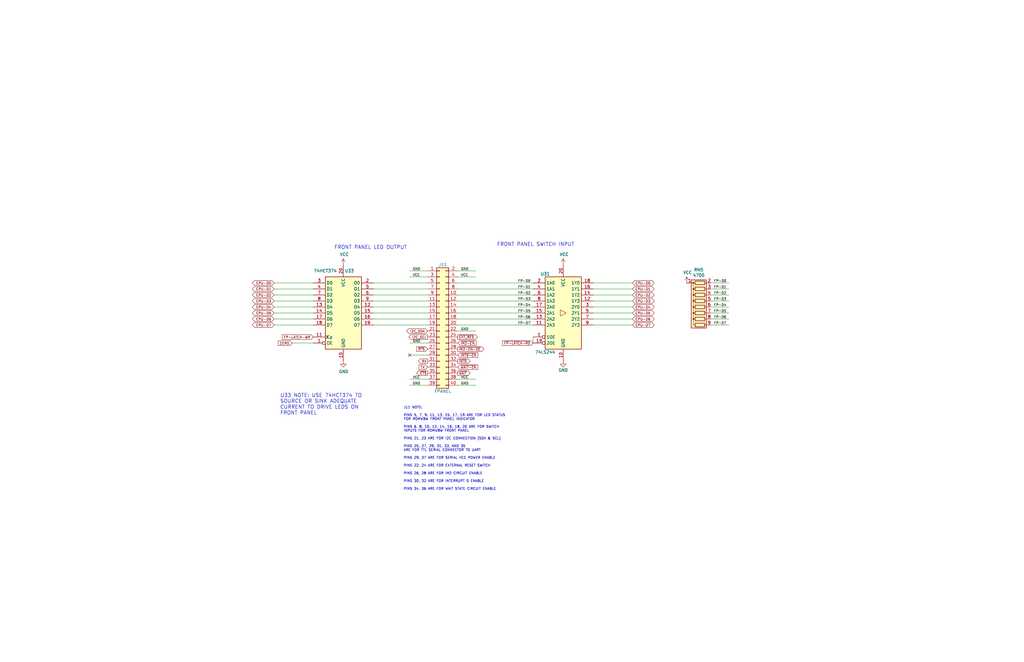
<source format=kicad_sch>
(kicad_sch (version 20211123) (generator eeschema)
  (paper "B")
  (lib_symbols
    (symbol "74xx:74HCT244"
      (property "Reference" "U" (at -7.62 16.51 0))
      (property "Value" "74HCT244" (at -7.62 -16.51 0))
      (symbol "74HCT244_1_0"
        (polyline (pts (xy 1.27 0) (xy -1.27 1.27) (xy -1.27 -1.27) (xy 1.27 0)) (stroke (width 0.1524)))
        (pin input inverted (at -12.7 -10.16 0) (length 5.08) (name "1OE") (number "1"))
        (pin power_in line (at 0 -20.32 90) (length 5.08) (name "GND") (number "10"))
        (pin input line (at -12.7 -5.08 0) (length 5.08) (name "2A3") (number "11"))
        (pin tri_state line (at 12.7 5.08 180) (length 5.08) (name "1Y3") (number "12"))
        (pin input line (at -12.7 -2.54 0) (length 5.08) (name "2A2") (number "13"))
        (pin tri_state line (at 12.7 7.62 180) (length 5.08) (name "1Y2") (number "14"))
        (pin input line (at -12.7 0 0) (length 5.08) (name "2A1") (number "15"))
        (pin tri_state line (at 12.7 10.16 180) (length 5.08) (name "1Y1") (number "16"))
        (pin input line (at -12.7 2.54 0) (length 5.08) (name "2A0") (number "17"))
        (pin tri_state line (at 12.7 12.7 180) (length 5.08) (name "1Y0") (number "18"))
        (pin input inverted (at -12.7 -12.7 0) (length 5.08) (name "2OE") (number "19"))
        (pin input line (at -12.7 12.7 0) (length 5.08) (name "1A0") (number "2"))
        (pin power_in line (at 0 20.32 270) (length 5.08) (name "VCC") (number "20"))
        (pin tri_state line (at 12.7 2.54 180) (length 5.08) (name "2Y0") (number "3"))
        (pin input line (at -12.7 10.16 0) (length 5.08) (name "1A1") (number "4"))
        (pin tri_state line (at 12.7 0 180) (length 5.08) (name "2Y1") (number "5"))
        (pin input line (at -12.7 7.62 0) (length 5.08) (name "1A2") (number "6"))
        (pin tri_state line (at 12.7 -2.54 180) (length 5.08) (name "2Y2") (number "7"))
        (pin input line (at -12.7 5.08 0) (length 5.08) (name "1A3") (number "8"))
        (pin tri_state line (at 12.7 -5.08 180) (length 5.08) (name "2Y3") (number "9"))
      )
      (symbol "74HCT244_1_1"
        (rectangle (start -7.62 15.24) (end 7.62 -15.24) (stroke (width 0.254)) (fill (type background)))
      )
    )
    (symbol "74xx:74HCT374"
      (property "Reference" "U" (at -7.62 16.51 0))
      (property "Value" "74HCT374" (at -7.62 -16.51 0))
      (symbol "74HCT374_1_0"
        (pin input inverted (at -12.7 -12.7 0) (length 5.08) (name "OE") (number "1"))
        (pin power_in line (at 0 -20.32 90) (length 5.08) (name "GND") (number "10"))
        (pin input clock (at -12.7 -10.16 0) (length 5.08) (name "Cp") (number "11"))
        (pin tri_state line (at 12.7 2.54 180) (length 5.08) (name "O4") (number "12"))
        (pin input line (at -12.7 2.54 0) (length 5.08) (name "D4") (number "13"))
        (pin input line (at -12.7 0 0) (length 5.08) (name "D5") (number "14"))
        (pin tri_state line (at 12.7 0 180) (length 5.08) (name "O5") (number "15"))
        (pin tri_state line (at 12.7 -2.54 180) (length 5.08) (name "O6") (number "16"))
        (pin input line (at -12.7 -2.54 0) (length 5.08) (name "D6") (number "17"))
        (pin input line (at -12.7 -5.08 0) (length 5.08) (name "D7") (number "18"))
        (pin tri_state line (at 12.7 -5.08 180) (length 5.08) (name "O7") (number "19"))
        (pin tri_state line (at 12.7 12.7 180) (length 5.08) (name "O0") (number "2"))
        (pin power_in line (at 0 20.32 270) (length 5.08) (name "VCC") (number "20"))
        (pin input line (at -12.7 12.7 0) (length 5.08) (name "D0") (number "3"))
        (pin input line (at -12.7 10.16 0) (length 5.08) (name "D1") (number "4"))
        (pin tri_state line (at 12.7 10.16 180) (length 5.08) (name "O1") (number "5"))
        (pin tri_state line (at 12.7 7.62 180) (length 5.08) (name "O2") (number "6"))
        (pin input line (at -12.7 7.62 0) (length 5.08) (name "D2") (number "7"))
        (pin input line (at -12.7 5.08 0) (length 5.08) (name "D3") (number "8"))
        (pin tri_state line (at 12.7 5.08 180) (length 5.08) (name "O3") (number "9"))
      )
      (symbol "74HCT374_1_1"
        (rectangle (start -7.62 15.24) (end 7.62 -15.24) (stroke (width 0.254)) (fill (type background)))
      )
    )
    (symbol "Connector_Generic:Conn_02x20_Odd_Even" (pin_names (offset 1.016) hide)
      (property "Reference" "J" (at 1.27 25.4 0))
      (property "Value" "Conn_02x20_Odd_Even" (at 1.27 -27.94 0))
      (symbol "Conn_02x20_Odd_Even_1_1"
        (rectangle (start -1.27 -25.273) (end 0 -25.527) (stroke (width 0.1524)))
        (rectangle (start -1.27 -22.733) (end 0 -22.987) (stroke (width 0.1524)))
        (rectangle (start -1.27 -20.193) (end 0 -20.447) (stroke (width 0.1524)))
        (rectangle (start -1.27 -17.653) (end 0 -17.907) (stroke (width 0.1524)))
        (rectangle (start -1.27 -15.113) (end 0 -15.367) (stroke (width 0.1524)))
        (rectangle (start -1.27 -12.573) (end 0 -12.827) (stroke (width 0.1524)))
        (rectangle (start -1.27 -10.033) (end 0 -10.287) (stroke (width 0.1524)))
        (rectangle (start -1.27 -7.493) (end 0 -7.747) (stroke (width 0.1524)))
        (rectangle (start -1.27 -4.953) (end 0 -5.207) (stroke (width 0.1524)))
        (rectangle (start -1.27 -2.413) (end 0 -2.667) (stroke (width 0.1524)))
        (rectangle (start -1.27 0.127) (end 0 -0.127) (stroke (width 0.1524)))
        (rectangle (start -1.27 2.667) (end 0 2.413) (stroke (width 0.1524)))
        (rectangle (start -1.27 5.207) (end 0 4.953) (stroke (width 0.1524)))
        (rectangle (start -1.27 7.747) (end 0 7.493) (stroke (width 0.1524)))
        (rectangle (start -1.27 10.287) (end 0 10.033) (stroke (width 0.1524)))
        (rectangle (start -1.27 12.827) (end 0 12.573) (stroke (width 0.1524)))
        (rectangle (start -1.27 15.367) (end 0 15.113) (stroke (width 0.1524)))
        (rectangle (start -1.27 17.907) (end 0 17.653) (stroke (width 0.1524)))
        (rectangle (start -1.27 20.447) (end 0 20.193) (stroke (width 0.1524)))
        (rectangle (start -1.27 22.987) (end 0 22.733) (stroke (width 0.1524)))
        (rectangle (start -1.27 24.13) (end 3.81 -26.67) (stroke (width 0.254)) (fill (type background)))
        (rectangle (start 3.81 -25.273) (end 2.54 -25.527) (stroke (width 0.1524)))
        (rectangle (start 3.81 -22.733) (end 2.54 -22.987) (stroke (width 0.1524)))
        (rectangle (start 3.81 -20.193) (end 2.54 -20.447) (stroke (width 0.1524)))
        (rectangle (start 3.81 -17.653) (end 2.54 -17.907) (stroke (width 0.1524)))
        (rectangle (start 3.81 -15.113) (end 2.54 -15.367) (stroke (width 0.1524)))
        (rectangle (start 3.81 -12.573) (end 2.54 -12.827) (stroke (width 0.1524)))
        (rectangle (start 3.81 -10.033) (end 2.54 -10.287) (stroke (width 0.1524)))
        (rectangle (start 3.81 -7.493) (end 2.54 -7.747) (stroke (width 0.1524)))
        (rectangle (start 3.81 -4.953) (end 2.54 -5.207) (stroke (width 0.1524)))
        (rectangle (start 3.81 -2.413) (end 2.54 -2.667) (stroke (width 0.1524)))
        (rectangle (start 3.81 0.127) (end 2.54 -0.127) (stroke (width 0.1524)))
        (rectangle (start 3.81 2.667) (end 2.54 2.413) (stroke (width 0.1524)))
        (rectangle (start 3.81 5.207) (end 2.54 4.953) (stroke (width 0.1524)))
        (rectangle (start 3.81 7.747) (end 2.54 7.493) (stroke (width 0.1524)))
        (rectangle (start 3.81 10.287) (end 2.54 10.033) (stroke (width 0.1524)))
        (rectangle (start 3.81 12.827) (end 2.54 12.573) (stroke (width 0.1524)))
        (rectangle (start 3.81 15.367) (end 2.54 15.113) (stroke (width 0.1524)))
        (rectangle (start 3.81 17.907) (end 2.54 17.653) (stroke (width 0.1524)))
        (rectangle (start 3.81 20.447) (end 2.54 20.193) (stroke (width 0.1524)))
        (rectangle (start 3.81 22.987) (end 2.54 22.733) (stroke (width 0.1524)))
        (pin passive line (at -5.08 22.86 0) (length 3.81) (name "Pin_1") (number "1"))
        (pin passive line (at 7.62 12.7 180) (length 3.81) (name "Pin_10") (number "10"))
        (pin passive line (at -5.08 10.16 0) (length 3.81) (name "Pin_11") (number "11"))
        (pin passive line (at 7.62 10.16 180) (length 3.81) (name "Pin_12") (number "12"))
        (pin passive line (at -5.08 7.62 0) (length 3.81) (name "Pin_13") (number "13"))
        (pin passive line (at 7.62 7.62 180) (length 3.81) (name "Pin_14") (number "14"))
        (pin passive line (at -5.08 5.08 0) (length 3.81) (name "Pin_15") (number "15"))
        (pin passive line (at 7.62 5.08 180) (length 3.81) (name "Pin_16") (number "16"))
        (pin passive line (at -5.08 2.54 0) (length 3.81) (name "Pin_17") (number "17"))
        (pin passive line (at 7.62 2.54 180) (length 3.81) (name "Pin_18") (number "18"))
        (pin passive line (at -5.08 0 0) (length 3.81) (name "Pin_19") (number "19"))
        (pin passive line (at 7.62 22.86 180) (length 3.81) (name "Pin_2") (number "2"))
        (pin passive line (at 7.62 0 180) (length 3.81) (name "Pin_20") (number "20"))
        (pin passive line (at -5.08 -2.54 0) (length 3.81) (name "Pin_21") (number "21"))
        (pin passive line (at 7.62 -2.54 180) (length 3.81) (name "Pin_22") (number "22"))
        (pin passive line (at -5.08 -5.08 0) (length 3.81) (name "Pin_23") (number "23"))
        (pin passive line (at 7.62 -5.08 180) (length 3.81) (name "Pin_24") (number "24"))
        (pin passive line (at -5.08 -7.62 0) (length 3.81) (name "Pin_25") (number "25"))
        (pin passive line (at 7.62 -7.62 180) (length 3.81) (name "Pin_26") (number "26"))
        (pin passive line (at -5.08 -10.16 0) (length 3.81) (name "Pin_27") (number "27"))
        (pin passive line (at 7.62 -10.16 180) (length 3.81) (name "Pin_28") (number "28"))
        (pin passive line (at -5.08 -12.7 0) (length 3.81) (name "Pin_29") (number "29"))
        (pin passive line (at -5.08 20.32 0) (length 3.81) (name "Pin_3") (number "3"))
        (pin passive line (at 7.62 -12.7 180) (length 3.81) (name "Pin_30") (number "30"))
        (pin passive line (at -5.08 -15.24 0) (length 3.81) (name "Pin_31") (number "31"))
        (pin passive line (at 7.62 -15.24 180) (length 3.81) (name "Pin_32") (number "32"))
        (pin passive line (at -5.08 -17.78 0) (length 3.81) (name "Pin_33") (number "33"))
        (pin passive line (at 7.62 -17.78 180) (length 3.81) (name "Pin_34") (number "34"))
        (pin passive line (at -5.08 -20.32 0) (length 3.81) (name "Pin_35") (number "35"))
        (pin passive line (at 7.62 -20.32 180) (length 3.81) (name "Pin_36") (number "36"))
        (pin passive line (at -5.08 -22.86 0) (length 3.81) (name "Pin_37") (number "37"))
        (pin passive line (at 7.62 -22.86 180) (length 3.81) (name "Pin_38") (number "38"))
        (pin passive line (at -5.08 -25.4 0) (length 3.81) (name "Pin_39") (number "39"))
        (pin passive line (at 7.62 20.32 180) (length 3.81) (name "Pin_4") (number "4"))
        (pin passive line (at 7.62 -25.4 180) (length 3.81) (name "Pin_40") (number "40"))
        (pin passive line (at -5.08 17.78 0) (length 3.81) (name "Pin_5") (number "5"))
        (pin passive line (at 7.62 17.78 180) (length 3.81) (name "Pin_6") (number "6"))
        (pin passive line (at -5.08 15.24 0) (length 3.81) (name "Pin_7") (number "7"))
        (pin passive line (at 7.62 15.24 180) (length 3.81) (name "Pin_8") (number "8"))
        (pin passive line (at -5.08 12.7 0) (length 3.81) (name "Pin_9") (number "9"))
      )
    )
    (symbol "Device:R_Network08" (pin_names (offset 0) hide)
      (property "Reference" "RN" (at -12.7 0 90))
      (property "Value" "R_Network08" (at 10.16 0 90))
      (symbol "R_Network08_0_1"
        (rectangle (start -11.43 -3.175) (end 8.89 3.175) (stroke (width 0.254)) (fill (type background)))
        (rectangle (start -10.922 1.524) (end -9.398 -2.54) (stroke (width 0.254)))
        (circle (center -10.16 2.286) (radius 0.254) (fill (type outline)))
        (rectangle (start -8.382 1.524) (end -6.858 -2.54) (stroke (width 0.254)))
        (circle (center -7.62 2.286) (radius 0.254) (fill (type outline)))
        (rectangle (start -5.842 1.524) (end -4.318 -2.54) (stroke (width 0.254)))
        (circle (center -5.08 2.286) (radius 0.254) (fill (type outline)))
        (rectangle (start -3.302 1.524) (end -1.778 -2.54) (stroke (width 0.254)))
        (circle (center -2.54 2.286) (radius 0.254) (fill (type outline)))
        (rectangle (start -0.762 1.524) (end 0.762 -2.54) (stroke (width 0.254)))
        (polyline (pts (xy -10.16 -2.54) (xy -10.16 -3.81)))
        (polyline (pts (xy -7.62 -2.54) (xy -7.62 -3.81)))
        (polyline (pts (xy -5.08 -2.54) (xy -5.08 -3.81)))
        (polyline (pts (xy -2.54 -2.54) (xy -2.54 -3.81)))
        (polyline (pts (xy 0 -2.54) (xy 0 -3.81)))
        (polyline (pts (xy 2.54 -2.54) (xy 2.54 -3.81)))
        (polyline (pts (xy 5.08 -2.54) (xy 5.08 -3.81)))
        (polyline (pts (xy 7.62 -2.54) (xy 7.62 -3.81)))
        (polyline (pts (xy -10.16 1.524) (xy -10.16 2.286) (xy -7.62 2.286) (xy -7.62 1.524)))
        (polyline (pts (xy -7.62 1.524) (xy -7.62 2.286) (xy -5.08 2.286) (xy -5.08 1.524)))
        (polyline (pts (xy -5.08 1.524) (xy -5.08 2.286) (xy -2.54 2.286) (xy -2.54 1.524)))
        (polyline (pts (xy -2.54 1.524) (xy -2.54 2.286) (xy 0 2.286) (xy 0 1.524)))
        (polyline (pts (xy 0 1.524) (xy 0 2.286) (xy 2.54 2.286) (xy 2.54 1.524)))
        (polyline (pts (xy 2.54 1.524) (xy 2.54 2.286) (xy 5.08 2.286) (xy 5.08 1.524)))
        (polyline (pts (xy 5.08 1.524) (xy 5.08 2.286) (xy 7.62 2.286) (xy 7.62 1.524)))
        (circle (center 0 2.286) (radius 0.254) (fill (type outline)))
        (rectangle (start 1.778 1.524) (end 3.302 -2.54) (stroke (width 0.254)))
        (circle (center 2.54 2.286) (radius 0.254) (fill (type outline)))
        (rectangle (start 4.318 1.524) (end 5.842 -2.54) (stroke (width 0.254)))
        (circle (center 5.08 2.286) (radius 0.254) (fill (type outline)))
        (rectangle (start 6.858 1.524) (end 8.382 -2.54) (stroke (width 0.254)))
      )
      (symbol "R_Network08_1_1"
        (pin passive line (at -10.16 5.08 270) (length 2.54) (name "common") (number "1"))
        (pin passive line (at -10.16 -5.08 90) (length 1.27) (name "R1") (number "2"))
        (pin passive line (at -7.62 -5.08 90) (length 1.27) (name "R2") (number "3"))
        (pin passive line (at -5.08 -5.08 90) (length 1.27) (name "R3") (number "4"))
        (pin passive line (at -2.54 -5.08 90) (length 1.27) (name "R4") (number "5"))
        (pin passive line (at 0 -5.08 90) (length 1.27) (name "R5") (number "6"))
        (pin passive line (at 2.54 -5.08 90) (length 1.27) (name "R6") (number "7"))
        (pin passive line (at 5.08 -5.08 90) (length 1.27) (name "R7") (number "8"))
        (pin passive line (at 7.62 -5.08 90) (length 1.27) (name "R8") (number "9"))
      )
    )
    (symbol "power:GND" (power) (pin_names (offset 0))
      (property "Value" "GND" (at 0 -3.81 0))
      (symbol "GND_0_1"
        (polyline (pts (xy 0 0) (xy 0 -1.27) (xy 1.27 -1.27) (xy 0 -2.54) (xy -1.27 -1.27) (xy 0 -1.27)))
      )
      (symbol "GND_1_1"
        (pin power_in line (at 0 0 270) (length 0) hide (name "GND") (number "1"))
      )
    )
    (symbol "power:VCC" (power) (pin_names (offset 0))
      (property "Value" "VCC" (at 0 3.81 0))
      (symbol "VCC_0_1"
        (polyline (pts (xy -0.762 1.27) (xy 0 2.54)))
        (polyline (pts (xy 0 0) (xy 0 2.54)))
        (polyline (pts (xy 0 2.54) (xy 0.762 1.27)))
      )
      (symbol "VCC_1_1"
        (pin power_in line (at 0 0 90) (length 0) hide (name "VCC") (number "1"))
      )
    )
  )
  (no_connect (at 172.72 149.86))
  (wire (pts (xy 193.04 114.3) (xy 200.66 114.3)))
  (wire (pts (xy 115.57 127) (xy 132.08 127)))
  (wire (pts (xy 299.72 127) (xy 307.34 127)))
  (wire (pts (xy 299.72 129.54) (xy 307.34 129.54)))
  (wire (pts (xy 250.19 121.92) (xy 266.7 121.92)))
  (wire (pts (xy 193.04 121.92) (xy 224.79 121.92)))
  (wire (pts (xy 157.48 134.62) (xy 180.34 134.62)))
  (wire (pts (xy 115.57 134.62) (xy 132.08 134.62)))
  (wire (pts (xy 193.04 124.46) (xy 224.79 124.46)))
  (wire (pts (xy 224.79 142.24) (xy 224.79 144.78)))
  (wire (pts (xy 172.72 160.02) (xy 180.34 160.02)))
  (wire (pts (xy 172.72 162.56) (xy 180.34 162.56)))
  (wire (pts (xy 172.72 114.3) (xy 180.34 114.3)))
  (wire (pts (xy 193.04 119.38) (xy 224.79 119.38)))
  (wire (pts (xy 193.04 160.02) (xy 200.66 160.02)))
  (wire (pts (xy 250.19 124.46) (xy 266.7 124.46)))
  (wire (pts (xy 115.57 129.54) (xy 132.08 129.54)))
  (wire (pts (xy 250.19 129.54) (xy 266.7 129.54)))
  (wire (pts (xy 172.72 144.78) (xy 180.34 144.78)))
  (wire (pts (xy 193.04 116.84) (xy 200.66 116.84)))
  (wire (pts (xy 172.72 116.84) (xy 180.34 116.84)))
  (wire (pts (xy 193.04 129.54) (xy 224.79 129.54)))
  (wire (pts (xy 299.72 132.08) (xy 307.34 132.08)))
  (wire (pts (xy 193.04 132.08) (xy 224.79 132.08)))
  (wire (pts (xy 115.57 124.46) (xy 132.08 124.46)))
  (wire (pts (xy 157.48 137.16) (xy 180.34 137.16)))
  (wire (pts (xy 299.72 134.62) (xy 307.34 134.62)))
  (wire (pts (xy 193.04 137.16) (xy 224.79 137.16)))
  (wire (pts (xy 157.48 124.46) (xy 180.34 124.46)))
  (wire (pts (xy 250.19 127) (xy 266.7 127)))
  (wire (pts (xy 172.72 149.86) (xy 180.34 149.86)))
  (wire (pts (xy 250.19 119.38) (xy 266.7 119.38)))
  (wire (pts (xy 157.48 121.92) (xy 180.34 121.92)))
  (wire (pts (xy 157.48 129.54) (xy 180.34 129.54)))
  (wire (pts (xy 299.72 137.16) (xy 307.34 137.16)))
  (wire (pts (xy 115.57 119.38) (xy 132.08 119.38)))
  (wire (pts (xy 193.04 162.56) (xy 200.66 162.56)))
  (wire (pts (xy 193.04 139.7) (xy 200.66 139.7)))
  (wire (pts (xy 115.57 132.08) (xy 132.08 132.08)))
  (wire (pts (xy 250.19 137.16) (xy 266.7 137.16)))
  (wire (pts (xy 115.57 137.16) (xy 132.08 137.16)))
  (wire (pts (xy 193.04 134.62) (xy 224.79 134.62)))
  (wire (pts (xy 193.04 127) (xy 224.79 127)))
  (wire (pts (xy 299.72 119.38) (xy 307.34 119.38)))
  (wire (pts (xy 157.48 127) (xy 180.34 127)))
  (wire (pts (xy 299.72 121.92) (xy 307.34 121.92)))
  (wire (pts (xy 157.48 119.38) (xy 180.34 119.38)))
  (wire (pts (xy 250.19 132.08) (xy 266.7 132.08)))
  (wire (pts (xy 157.48 132.08) (xy 180.34 132.08)))
  (wire (pts (xy 299.72 124.46) (xy 307.34 124.46)))
  (wire (pts (xy 115.57 121.92) (xy 132.08 121.92)))
  (wire (pts (xy 123.19 144.78) (xy 132.08 144.78)))
  (wire (pts (xy 250.19 134.62) (xy 266.7 134.62)))
  (text "J11 NOTE: \n\nPINS 5, 7, 9, 11, 13, 15, 17, 19 ARE FOR LED STATUS\nFOR ROMWBW FRONT PANEL INDICATOR\n\nPINS 6, 8, 10, 12, 14, 16, 18, 20 ARE FOR SWITCH\nINPUTS FOR ROMWBW FRONT PANEL\n\nPINS 21, 23 ARE FOR I2C CONNECTION (SDA & SCL)\n\nPINS 25, 27, 29, 31, 33, AND 35\nARE FOR TTL SERIAL CONNECTOR TO UART\n\nPINS 29, 37 ARE FOR SERIAL VCC POWER ENABLE\n\nPINS 22, 24 ARE FOR EXTERNAL RESET SWITCH\n\nPINS 26, 28 ARE FOR IM2 CIRCUIT ENABLE\n\nPINS 30, 32 ARE FOR INTERRUPT 0 ENABLE\n\nPINS 34, 36 ARE FOR WAIT STATE CIRCUIT ENABLE" (at 170.18 207.01 0) (effects (font (size 1.016 1.016)) (justify left bottom)))
  (text "U33 NOTE: USE 74HCT374 TO\nSOURCE OR SINK ADEQUATE\nCURRENT TO DRIVE LEDS ON\nFRONT PANEL" (at 118.11 175.26 0) (effects (font (size 1.524 1.524)) (justify left bottom)))
  (text "FRONT PANEL SWITCH INPUT" (at 209.55 104.14 0) (effects (font (size 1.524 1.524)) (justify left bottom)))
  (text "FRONT PANEL LED OUTPUT" (at 140.97 105.41 0) (effects (font (size 1.524 1.524)) (justify left bottom)))
  (label "FP-D4" (at 300.99 129.54 0) (effects (font (size 1.016 1.016))))
  (label "FP-D6" (at 218.44 134.62 0) (effects (font (size 1.016 1.016))))
  (label "GND" (at 194.31 139.7 0) (effects (font (size 1.016 1.016))))
  (label "GND" (at 194.31 114.3 0) (effects (font (size 1.016 1.016))))
  (label "GND" (at 173.99 162.56 0) (effects (font (size 1.016 1.016))))
  (label "VCC" (at 194.31 160.02 0) (effects (font (size 1.016 1.016))))
  (label "VCC" (at 173.99 160.02 0) (effects (font (size 1.016 1.016))))
  (label "FP-D0" (at 218.44 119.38 0) (effects (font (size 1.016 1.016))))
  (label "FP-D1" (at 300.99 121.92 0) (effects (font (size 1.016 1.016))))
  (label "VCC" (at 194.31 116.84 0) (effects (font (size 1.016 1.016))))
  (label "FP-D1" (at 218.44 121.92 0) (effects (font (size 1.016 1.016))))
  (label "FP-D2" (at 218.44 124.46 0) (effects (font (size 1.016 1.016))))
  (label "FP-D5" (at 218.44 132.08 0) (effects (font (size 1.016 1.016))))
  (label "FP-D7" (at 300.99 137.16 0) (effects (font (size 1.016 1.016))))
  (label "GND" (at 194.31 162.56 0) (effects (font (size 1.016 1.016))))
  (label "FP-D0" (at 300.99 119.38 0) (effects (font (size 1.016 1.016))))
  (label "FP-D3" (at 218.44 127 0) (effects (font (size 1.016 1.016))))
  (label "VCC" (at 173.99 116.84 0) (effects (font (size 1.016 1.016))))
  (label "FP-D4" (at 218.44 129.54 0) (effects (font (size 1.016 1.016))))
  (label "FP-D3" (at 300.99 127 0) (effects (font (size 1.016 1.016))))
  (label "FP-D5" (at 300.99 132.08 0) (effects (font (size 1.016 1.016))))
  (label "FP-D6" (at 300.99 134.62 0) (effects (font (size 1.016 1.016))))
  (label "FP-D2" (at 300.99 124.46 0) (effects (font (size 1.016 1.016))))
  (label "FP-D7" (at 218.44 137.16 0) (effects (font (size 1.016 1.016))))
  (label "GND" (at 173.99 144.78 0) (effects (font (size 1.016 1.016))))
  (label "GND" (at 173.99 114.3 0) (effects (font (size 1.016 1.016))))
  (global_label "CPU-D5" (shape bidirectional) (at 266.7 132.08 0) (effects (font (size 1.016 1.016))) (property "Intersheet References" "${INTERSHEET_REFS}" (effects hide)))
  (global_label "CPU-D6" (shape bidirectional) (at 115.57 134.62 180) (effects (font (size 1.016 1.016))) (property "Intersheet References" "${INTERSHEET_REFS}" (effects hide)))
  (global_label "CPU-D7" (shape bidirectional) (at 115.57 137.16 180) (effects (font (size 1.016 1.016))) (property "Intersheet References" "${INTERSHEET_REFS}" (effects hide)))
  (global_label "~{EXT_RES}" (shape output) (at 193.04 142.24 0) (effects (font (size 1.016 1.016))) (property "Intersheet References" "${INTERSHEET_REFS}" (effects hide)))
  (global_label "TX" (shape input) (at 180.34 154.94 180) (effects (font (size 1.016 1.016))) (property "Intersheet References" "${INTERSHEET_REFS}" (effects hide)))
  (global_label "I2C_SDA" (shape bidirectional) (at 180.34 139.7 180) (effects (font (size 1.016 1.016))) (property "Intersheet References" "${INTERSHEET_REFS}" (effects hide)))
  (global_label "CPU-D0" (shape bidirectional) (at 115.57 119.38 180) (effects (font (size 1.016 1.016))) (property "Intersheet References" "${INTERSHEET_REFS}" (effects hide)))
  (global_label "CPU-D3" (shape bidirectional) (at 115.57 127 180) (effects (font (size 1.016 1.016))) (property "Intersheet References" "${INTERSHEET_REFS}" (effects hide)))
  (global_label "RX" (shape output) (at 180.34 152.4 180) (effects (font (size 1.016 1.016))) (property "Intersheet References" "${INTERSHEET_REFS}" (effects hide)))
  (global_label "FP-LATCH-WR" (shape input) (at 132.08 142.24 180) (effects (font (size 1.016 1.016))) (property "Intersheet References" "${INTERSHEET_REFS}" (effects hide)))
  (global_label "CPU-D0" (shape bidirectional) (at 266.7 119.38 0) (effects (font (size 1.016 1.016))) (property "Intersheet References" "${INTERSHEET_REFS}" (effects hide)))
  (global_label "CPU-D4" (shape bidirectional) (at 115.57 129.54 180) (effects (font (size 1.016 1.016))) (property "Intersheet References" "${INTERSHEET_REFS}" (effects hide)))
  (global_label "CPU-D1" (shape bidirectional) (at 266.7 121.92 0) (effects (font (size 1.016 1.016))) (property "Intersheet References" "${INTERSHEET_REFS}" (effects hide)))
  (global_label "CPU-D2" (shape bidirectional) (at 115.57 124.46 180) (effects (font (size 1.016 1.016))) (property "Intersheet References" "${INTERSHEET_REFS}" (effects hide)))
  (global_label "~{INT0-EN}" (shape input) (at 193.04 149.86 0) (effects (font (size 1.016 1.016))) (property "Intersheet References" "${INTERSHEET_REFS}" (effects hide)))
  (global_label "~{WAIT}" (shape output) (at 193.04 157.48 0) (effects (font (size 1.016 1.016))) (property "Intersheet References" "${INTERSHEET_REFS}" (effects hide)))
  (global_label "CPU-D5" (shape bidirectional) (at 115.57 132.08 180) (effects (font (size 1.016 1.016))) (property "Intersheet References" "${INTERSHEET_REFS}" (effects hide)))
  (global_label "~{INT0}" (shape output) (at 193.04 152.4 0) (effects (font (size 1.016 1.016))) (property "Intersheet References" "${INTERSHEET_REFS}" (effects hide)))
  (global_label "CPU-D4" (shape bidirectional) (at 266.7 129.54 0) (effects (font (size 1.016 1.016))) (property "Intersheet References" "${INTERSHEET_REFS}" (effects hide)))
  (global_label "CPU-D1" (shape bidirectional) (at 115.57 121.92 180) (effects (font (size 1.016 1.016))) (property "Intersheet References" "${INTERSHEET_REFS}" (effects hide)))
  (global_label "ZERO" (shape input) (at 123.19 144.78 180) (effects (font (size 1.016 1.016))) (property "Intersheet References" "${INTERSHEET_REFS}" (effects hide)))
  (global_label "~{FP-LATCH-RD}" (shape input) (at 224.79 144.78 180) (effects (font (size 1.016 1.016))) (property "Intersheet References" "${INTERSHEET_REFS}" (effects hide)))
  (global_label "~{RTS}" (shape input) (at 180.34 147.32 180) (effects (font (size 1.016 1.016))) (property "Intersheet References" "${INTERSHEET_REFS}" (effects hide)))
  (global_label "CPU-D3" (shape bidirectional) (at 266.7 127 0) (effects (font (size 1.016 1.016))) (property "Intersheet References" "${INTERSHEET_REFS}" (effects hide)))
  (global_label "CPU-D7" (shape bidirectional) (at 266.7 137.16 0) (effects (font (size 1.016 1.016))) (property "Intersheet References" "${INTERSHEET_REFS}" (effects hide)))
  (global_label "~{CTS}" (shape output) (at 180.34 157.48 180) (effects (font (size 1.016 1.016))) (property "Intersheet References" "${INTERSHEET_REFS}" (effects hide)))
  (global_label "~{IM2-EN}" (shape input) (at 193.04 144.78 0) (effects (font (size 1.016 1.016))) (property "Intersheet References" "${INTERSHEET_REFS}" (effects hide)))
  (global_label "CPU-D2" (shape bidirectional) (at 266.7 124.46 0) (effects (font (size 1.016 1.016))) (property "Intersheet References" "${INTERSHEET_REFS}" (effects hide)))
  (global_label "~{IM2-EN-OE}" (shape output) (at 193.04 147.32 0) (effects (font (size 1.016 1.016))) (property "Intersheet References" "${INTERSHEET_REFS}" (effects hide)))
  (global_label "~{WAIT-EN}" (shape input) (at 193.04 154.94 0) (effects (font (size 1.016 1.016))) (property "Intersheet References" "${INTERSHEET_REFS}" (effects hide)))
  (global_label "CPU-D6" (shape bidirectional) (at 266.7 134.62 0) (effects (font (size 1.016 1.016))) (property "Intersheet References" "${INTERSHEET_REFS}" (effects hide)))
  (global_label "I2C_SCL" (shape output) (at 180.34 142.24 180) (effects (font (size 1.016 1.016))) (property "Intersheet References" "${INTERSHEET_REFS}" (effects hide)))
  (symbol (lib_id "power:GND") (at 237.49 152.4 0) (unit 1)
    (property "Reference" "#PWR0141" (effects hide))
    (property "Value" "GND" (at 237.49 156.21 0))
  )
  (symbol (lib_id "74xx:74HCT244") (at 237.49 132.08 0) (unit 1)
    (property "Reference" "U31" (at 229.87 115.57 0))
    (property "Value" "74LS244" (at 229.87 148.59 0))
    (property "Footprint" "Package_DIP:DIP-20_W7.62mm" (effects hide))
    (property "Datasheet" "https://assets.nexperia.com/documents/data-sheet/74HC_HCT244.pdf" (effects hide))
  )
  (symbol (lib_id "power:VCC") (at 237.49 111.76 0) (unit 1)
    (property "Reference" "#PWR0142" (effects hide))
    (property "Value" "VCC" (at 237.871 107.3658 0))
  )
  (symbol (lib_id "Connector_Generic:Conn_02x20_Odd_Even") (at 185.42 137.16 0) (unit 1)
    (property "Reference" "J11" (at 186.69 111.76 0))
    (property "Value" "FPANEL" (at 186.69 165.1 0))
    (property "Footprint" "Connector_IDC:IDC-Header_2x20_P2.54mm_Horizontal" (effects hide))
  )
  (symbol (lib_id "Device:R_Network08") (at 294.64 129.54 90) (mirror x) (unit 1)
    (property "Reference" "RN5" (at 294.64 113.8682 90))
    (property "Value" "4700" (at 294.64 116.1796 90))
    (property "Footprint" "Resistor_THT:R_Array_SIP9" (effects hide))
    (property "Datasheet" "http://www.vishay.com/docs/31509/csc.pdf" (effects hide))
  )
  (symbol (lib_id "power:VCC") (at 289.56 119.38 0) (unit 1)
    (property "Reference" "#PWR0143" (effects hide))
    (property "Value" "VCC" (at 289.941 114.9858 0))
  )
  (symbol (lib_id "power:GND") (at 144.78 152.4 0) (unit 1)
    (property "Reference" "#PWR0144" (effects hide))
    (property "Value" "GND" (at 144.907 156.7942 0))
  )
  (symbol (lib_id "power:VCC") (at 144.78 111.76 0) (unit 1)
    (property "Reference" "#PWR0145" (effects hide))
    (property "Value" "VCC" (at 145.161 107.3658 0))
  )
  (symbol (lib_id "74xx:74HCT374") (at 144.78 132.08 0) (unit 1)
    (property "Reference" "U33" (at 147.32 114.3 0))
    (property "Value" "74HCT374" (at 137.16 114.3 0))
    (property "Footprint" "Package_DIP:DIP-20_W7.62mm" (effects hide))
    (property "Datasheet" "https://www.ti.com/lit/ds/symlink/cd74hct374.pdf" (effects hide))
  )
)
</source>
